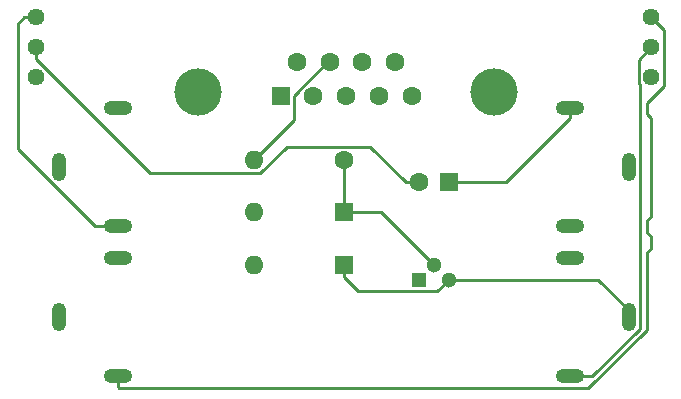
<source format=gbr>
G04 #@! TF.GenerationSoftware,KiCad,Pcbnew,(5.1.5)-3*
G04 #@! TF.CreationDate,2020-05-15T10:26:44+02:00*
G04 #@! TF.ProjectId,kenwood-tnc,6b656e77-6f6f-4642-9d74-6e632e6b6963,rev?*
G04 #@! TF.SameCoordinates,Original*
G04 #@! TF.FileFunction,Copper,L1,Top*
G04 #@! TF.FilePolarity,Positive*
%FSLAX46Y46*%
G04 Gerber Fmt 4.6, Leading zero omitted, Abs format (unit mm)*
G04 Created by KiCad (PCBNEW (5.1.5)-3) date 2020-05-15 10:26:44*
%MOMM*%
%LPD*%
G04 APERTURE LIST*
%ADD10O,2.416000X1.208000*%
%ADD11O,1.208000X2.416000*%
%ADD12C,1.600000*%
%ADD13R,1.600000X1.600000*%
%ADD14R,1.300000X1.300000*%
%ADD15C,1.300000*%
%ADD16C,1.440000*%
%ADD17O,1.600000X1.600000*%
%ADD18C,4.000000*%
%ADD19C,0.250000*%
G04 APERTURE END LIST*
D10*
X95330000Y-51990000D03*
X95330000Y-41990000D03*
D11*
X100330000Y-46990000D03*
D10*
X95330000Y-39290000D03*
X95330000Y-29290000D03*
D11*
X100330000Y-34290000D03*
D10*
X57070000Y-29290000D03*
X57070000Y-39290000D03*
D11*
X52070000Y-34290000D03*
D10*
X57070000Y-41990000D03*
X57070000Y-51990000D03*
D11*
X52070000Y-46990000D03*
D12*
X82590000Y-35560000D03*
D13*
X85090000Y-35560000D03*
D14*
X82550000Y-43815000D03*
D15*
X85090000Y-43815000D03*
X83820000Y-42545000D03*
D16*
X50165000Y-21590000D03*
X50165000Y-24130000D03*
X50165000Y-26670000D03*
D17*
X68580000Y-38100000D03*
D13*
X76200000Y-38100000D03*
X76200000Y-42545000D03*
D17*
X68580000Y-42545000D03*
D13*
X70860000Y-28240000D03*
D12*
X73630000Y-28240000D03*
X76400000Y-28240000D03*
X79170000Y-28240000D03*
X81940000Y-28240000D03*
X72245000Y-25400000D03*
X75015000Y-25400000D03*
X77785000Y-25400000D03*
X80555000Y-25400000D03*
D18*
X88900000Y-27940000D03*
X63900000Y-27940000D03*
D12*
X76200000Y-33655000D03*
D17*
X68580000Y-33655000D03*
D16*
X102235000Y-26670000D03*
X102235000Y-24130000D03*
X102235000Y-21590000D03*
D19*
X95330000Y-30144000D02*
X95330000Y-29290000D01*
X89914000Y-35560000D02*
X95330000Y-30144000D01*
X85090000Y-35560000D02*
X89914000Y-35560000D01*
X59796768Y-34780001D02*
X50165000Y-25148233D01*
X71370003Y-32529999D02*
X69120001Y-34780001D01*
X78428629Y-32529999D02*
X71370003Y-32529999D01*
X50165000Y-25148233D02*
X50165000Y-24130000D01*
X81458630Y-35560000D02*
X78428629Y-32529999D01*
X69120001Y-34780001D02*
X59796768Y-34780001D01*
X82590000Y-35560000D02*
X81458630Y-35560000D01*
X76200000Y-38100000D02*
X76200000Y-33655000D01*
X79375000Y-38100000D02*
X83820000Y-42545000D01*
X76200000Y-38100000D02*
X79375000Y-38100000D01*
X84114999Y-44790001D02*
X85090000Y-43815000D01*
X77395001Y-44790001D02*
X84114999Y-44790001D01*
X76200000Y-43595000D02*
X77395001Y-44790001D01*
X76200000Y-42545000D02*
X76200000Y-43595000D01*
X86009238Y-43815000D02*
X85090000Y-43815000D01*
X97759000Y-43815000D02*
X86009238Y-43815000D01*
X100330000Y-46386000D02*
X97759000Y-43815000D01*
X100330000Y-46990000D02*
X100330000Y-46386000D01*
X71985001Y-30249999D02*
X68580000Y-33655000D01*
X71985001Y-28219997D02*
X71985001Y-30249999D01*
X74804998Y-25400000D02*
X71985001Y-28219997D01*
X75015000Y-25400000D02*
X74804998Y-25400000D01*
X102954999Y-22309999D02*
X102235000Y-21590000D01*
X103280001Y-22635001D02*
X102954999Y-22309999D01*
X103280001Y-27396997D02*
X103280001Y-22635001D01*
X101854999Y-28821999D02*
X103280001Y-27396997D01*
X101854999Y-29758001D02*
X101854999Y-28821999D01*
X102235000Y-38441998D02*
X102235000Y-30138002D01*
X101854999Y-38821999D02*
X102235000Y-38441998D01*
X101854999Y-39758001D02*
X101854999Y-38821999D01*
X101854999Y-41521999D02*
X102235000Y-41141998D01*
X101854999Y-48019229D02*
X101854999Y-41521999D01*
X96909227Y-52965001D02*
X101854999Y-48019229D01*
X102235000Y-30138002D02*
X101854999Y-29758001D01*
X57191001Y-52965001D02*
X96909227Y-52965001D01*
X102235000Y-41141998D02*
X102235000Y-40138002D01*
X57070000Y-52844000D02*
X57191001Y-52965001D01*
X102235000Y-40138002D02*
X101854999Y-39758001D01*
X57070000Y-51990000D02*
X57070000Y-52844000D01*
X55612000Y-39290000D02*
X57070000Y-39290000D01*
X55152182Y-39290000D02*
X55612000Y-39290000D01*
X48594999Y-32732817D02*
X55152182Y-39290000D01*
X48594999Y-22141768D02*
X48594999Y-32732817D01*
X49146767Y-21590000D02*
X48594999Y-22141768D01*
X50165000Y-21590000D02*
X49146767Y-21590000D01*
X96788000Y-51990000D02*
X95330000Y-51990000D01*
X97247818Y-51990000D02*
X96788000Y-51990000D01*
X101305001Y-47932817D02*
X97247818Y-51990000D01*
X101305001Y-27286603D02*
X101305001Y-47932817D01*
X101189999Y-27171601D02*
X101305001Y-27286603D01*
X101189999Y-25175001D02*
X101189999Y-27171601D01*
X102235000Y-24130000D02*
X101189999Y-25175001D01*
M02*

</source>
